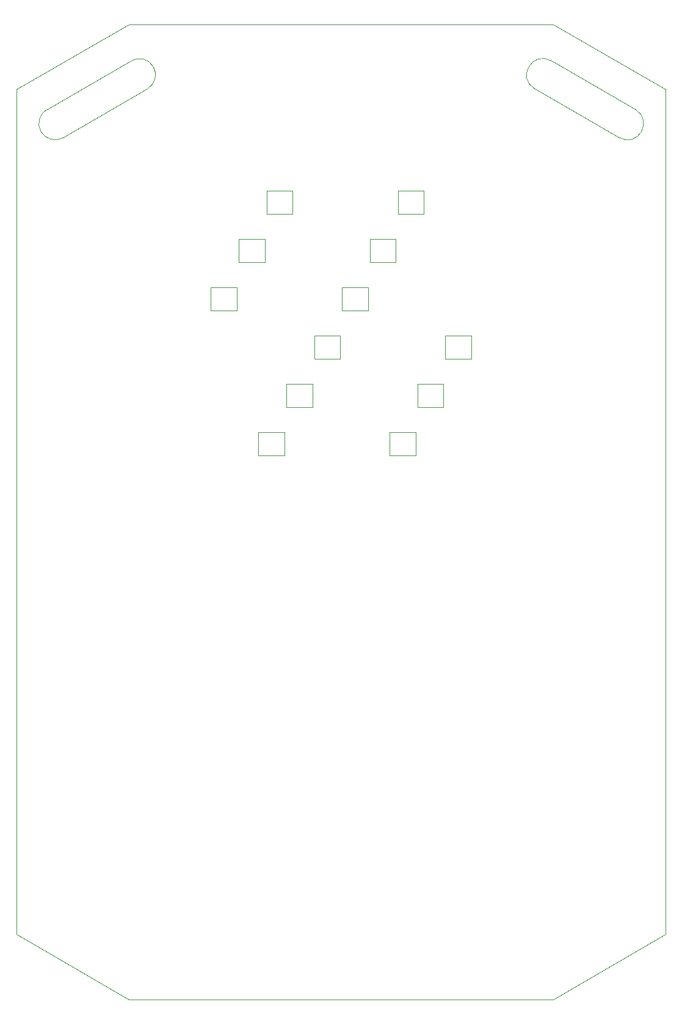
<source format=gbr>
%TF.GenerationSoftware,KiCad,Pcbnew,(7.0.0-0)*%
%TF.CreationDate,2023-03-26T20:27:34-07:00*%
%TF.ProjectId,voron_badge,766f726f-6e5f-4626-9164-67652e6b6963,rev?*%
%TF.SameCoordinates,Original*%
%TF.FileFunction,Profile,NP*%
%FSLAX46Y46*%
G04 Gerber Fmt 4.6, Leading zero omitted, Abs format (unit mm)*
G04 Created by KiCad (PCBNEW (7.0.0-0)) date 2023-03-26 20:27:34*
%MOMM*%
%LPD*%
G01*
G04 APERTURE LIST*
%TA.AperFunction,Profile*%
%ADD10C,0.100000*%
%TD*%
%TA.AperFunction,Profile*%
%ADD11C,0.120000*%
%TD*%
G04 APERTURE END LIST*
D10*
X116468071Y-150373133D02*
X132056528Y-159373133D01*
X188328171Y-33292362D02*
X200019514Y-40042362D01*
X132357971Y-29395247D02*
X120666628Y-36145247D01*
X190879614Y-159373133D02*
X206468071Y-150373133D01*
X190879614Y-24373133D02*
X132056528Y-24373133D01*
X200019511Y-40042367D02*
G75*
G03*
X202269514Y-36145247I1124989J1948567D01*
G01*
X132056528Y-24373133D02*
X116468071Y-33373133D01*
X134607981Y-33292380D02*
G75*
G03*
X132357971Y-29395248I-1124981J1948580D01*
G01*
X206468071Y-33373133D02*
X190879614Y-24373133D01*
X202269514Y-36145247D02*
X190578171Y-29395247D01*
X206468071Y-150373133D02*
X206468071Y-33373133D01*
X132056528Y-159373133D02*
X190879614Y-159373133D01*
X122916628Y-40042362D02*
X134607971Y-33292362D01*
X190578189Y-29395216D02*
G75*
G03*
X188328171Y-33292361I-1124989J-1948584D01*
G01*
X116468071Y-33373133D02*
X116468071Y-150373133D01*
X120666610Y-36145216D02*
G75*
G03*
X122916628Y-40042362I1124990J-1948584D01*
G01*
D11*
%TO.C,D2*%
X150009000Y-84076201D02*
X153609000Y-84076201D01*
X153609000Y-84076201D02*
X153609000Y-80876201D01*
X153609000Y-80876201D02*
X150009000Y-80876201D01*
X150009000Y-80876201D02*
X150009000Y-84076201D01*
%TO.C,D12*%
X169327334Y-50615866D02*
X172927334Y-50615866D01*
X172927334Y-50615866D02*
X172927334Y-47415866D01*
X172927334Y-47415866D02*
X169327334Y-47415866D01*
X169327334Y-47415866D02*
X169327334Y-50615866D01*
%TO.C,D10*%
X165463667Y-57307933D02*
X169063667Y-57307933D01*
X169063667Y-57307933D02*
X169063667Y-54107933D01*
X169063667Y-54107933D02*
X165463667Y-54107933D01*
X165463667Y-54107933D02*
X165463667Y-57307933D01*
%TO.C,D11*%
X172059008Y-77384467D02*
X175659008Y-77384467D01*
X175659008Y-77384467D02*
X175659008Y-74184467D01*
X175659008Y-74184467D02*
X172059008Y-74184467D01*
X172059008Y-74184467D02*
X172059008Y-77384467D01*
%TO.C,D4*%
X147277134Y-57307933D02*
X150877134Y-57307933D01*
X150877134Y-57307933D02*
X150877134Y-54107933D01*
X150877134Y-54107933D02*
X147277134Y-54107933D01*
X147277134Y-54107933D02*
X147277134Y-57307933D01*
%TO.C,D6*%
X151140800Y-50615866D02*
X154740800Y-50615866D01*
X154740800Y-50615866D02*
X154740800Y-47415866D01*
X154740800Y-47415866D02*
X151140800Y-47415866D01*
X151140800Y-47415866D02*
X151140800Y-50615866D01*
%TO.C,D3*%
X143413467Y-64000000D02*
X147013467Y-64000000D01*
X147013467Y-64000000D02*
X147013467Y-60800000D01*
X147013467Y-60800000D02*
X143413467Y-60800000D01*
X143413467Y-60800000D02*
X143413467Y-64000000D01*
%TO.C,D9*%
X168195342Y-84076534D02*
X171795342Y-84076534D01*
X171795342Y-84076534D02*
X171795342Y-80876534D01*
X171795342Y-80876534D02*
X168195342Y-80876534D01*
X168195342Y-80876534D02*
X168195342Y-84076534D01*
%TO.C,D7*%
X157736334Y-70692067D02*
X161336334Y-70692067D01*
X161336334Y-70692067D02*
X161336334Y-67492067D01*
X161336334Y-67492067D02*
X157736334Y-67492067D01*
X157736334Y-67492067D02*
X157736334Y-70692067D01*
%TO.C,D13*%
X175922675Y-70692400D02*
X179522675Y-70692400D01*
X179522675Y-70692400D02*
X179522675Y-67492400D01*
X179522675Y-67492400D02*
X175922675Y-67492400D01*
X175922675Y-67492400D02*
X175922675Y-70692400D01*
%TO.C,D8*%
X161600000Y-64000000D02*
X165200000Y-64000000D01*
X165200000Y-64000000D02*
X165200000Y-60800000D01*
X165200000Y-60800000D02*
X161600000Y-60800000D01*
X161600000Y-60800000D02*
X161600000Y-64000000D01*
%TO.C,D5*%
X153872667Y-77384134D02*
X157472667Y-77384134D01*
X157472667Y-77384134D02*
X157472667Y-74184134D01*
X157472667Y-74184134D02*
X153872667Y-74184134D01*
X153872667Y-74184134D02*
X153872667Y-77384134D01*
%TD*%
M02*

</source>
